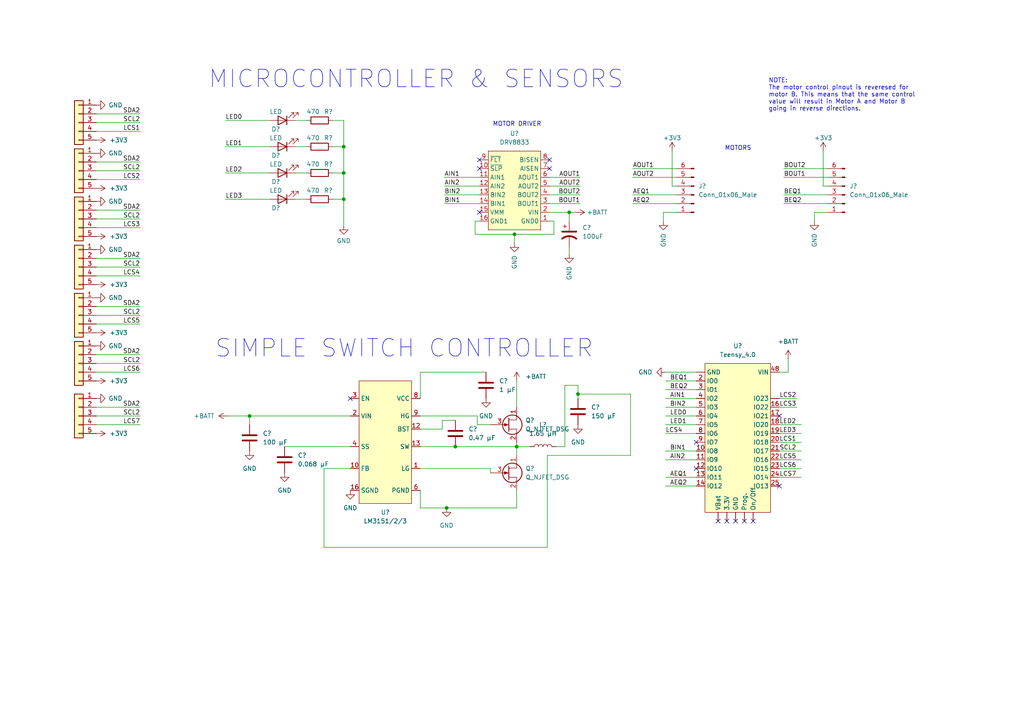
<source format=kicad_sch>
(kicad_sch (version 20211123) (generator eeschema)
  (paper "A4")
  (lib_symbols
    (symbol "+BATT_1" (power) (pin_names (offset 0))
      (property "Value" "+BATT_1" (at 0 3.556 0))
      (symbol "+BATT_1_0_1"
        (polyline (pts (xy -0.762 1.27) (xy 0 2.54)))
        (polyline (pts (xy 0 0) (xy 0 2.54)))
        (polyline (pts (xy 0 2.54) (xy 0.762 1.27)))
      )
      (symbol "+BATT_1_1_1"
        (pin power_in line (at 0 0 90) (length 0) hide (name "+BATT") (number "1"))
      )
    )
    (symbol "Connector:Conn_01x06_Male" (pin_names (offset 1.016) hide)
      (property "Reference" "J" (at 0 7.62 0))
      (property "Value" "Conn_01x06_Male" (at 0 -10.16 0))
      (symbol "Conn_01x06_Male_1_1"
        (polyline (pts (xy 1.27 -7.62) (xy 0.8636 -7.62)) (stroke (width 0.1524)))
        (polyline (pts (xy 1.27 -5.08) (xy 0.8636 -5.08)) (stroke (width 0.1524)))
        (polyline (pts (xy 1.27 -2.54) (xy 0.8636 -2.54)) (stroke (width 0.1524)))
        (polyline (pts (xy 1.27 0) (xy 0.8636 0)) (stroke (width 0.1524)))
        (polyline (pts (xy 1.27 2.54) (xy 0.8636 2.54)) (stroke (width 0.1524)))
        (polyline (pts (xy 1.27 5.08) (xy 0.8636 5.08)) (stroke (width 0.1524)))
        (rectangle (start 0.8636 -7.493) (end 0 -7.747) (stroke (width 0.1524)) (fill (type outline)))
        (rectangle (start 0.8636 -4.953) (end 0 -5.207) (stroke (width 0.1524)) (fill (type outline)))
        (rectangle (start 0.8636 -2.413) (end 0 -2.667) (stroke (width 0.1524)) (fill (type outline)))
        (rectangle (start 0.8636 0.127) (end 0 -0.127) (stroke (width 0.1524)) (fill (type outline)))
        (rectangle (start 0.8636 2.667) (end 0 2.413) (stroke (width 0.1524)) (fill (type outline)))
        (rectangle (start 0.8636 5.207) (end 0 4.953) (stroke (width 0.1524)) (fill (type outline)))
        (pin passive line (at 5.08 5.08 180) (length 3.81) (name "Pin_1") (number "1"))
        (pin passive line (at 5.08 2.54 180) (length 3.81) (name "Pin_2") (number "2"))
        (pin passive line (at 5.08 0 180) (length 3.81) (name "Pin_3") (number "3"))
        (pin passive line (at 5.08 -2.54 180) (length 3.81) (name "Pin_4") (number "4"))
        (pin passive line (at 5.08 -5.08 180) (length 3.81) (name "Pin_5") (number "5"))
        (pin passive line (at 5.08 -7.62 180) (length 3.81) (name "Pin_6") (number "6"))
      )
    )
    (symbol "Connector_Generic:Conn_01x05" (pin_names (offset 1.016) hide)
      (property "Reference" "J" (at 0 7.62 0))
      (property "Value" "Conn_01x05" (at 0 -7.62 0))
      (symbol "Conn_01x05_1_1"
        (rectangle (start -1.27 -4.953) (end 0 -5.207) (stroke (width 0.1524)))
        (rectangle (start -1.27 -2.413) (end 0 -2.667) (stroke (width 0.1524)))
        (rectangle (start -1.27 0.127) (end 0 -0.127) (stroke (width 0.1524)))
        (rectangle (start -1.27 2.667) (end 0 2.413) (stroke (width 0.1524)))
        (rectangle (start -1.27 5.207) (end 0 4.953) (stroke (width 0.1524)))
        (rectangle (start -1.27 6.35) (end 1.27 -6.35) (stroke (width 0.254)) (fill (type background)))
        (pin passive line (at -5.08 5.08 0) (length 3.81) (name "Pin_1") (number "1"))
        (pin passive line (at -5.08 2.54 0) (length 3.81) (name "Pin_2") (number "2"))
        (pin passive line (at -5.08 0 0) (length 3.81) (name "Pin_3") (number "3"))
        (pin passive line (at -5.08 -2.54 0) (length 3.81) (name "Pin_4") (number "4"))
        (pin passive line (at -5.08 -5.08 0) (length 3.81) (name "Pin_5") (number "5"))
      )
    )
    (symbol "Device:C" (pin_numbers hide) (pin_names (offset 0.254))
      (property "Reference" "C" (at 0.635 2.54 0))
      (property "Value" "C" (at 0.635 -2.54 0))
      (symbol "C_0_1"
        (polyline (pts (xy -2.032 -0.762) (xy 2.032 -0.762)) (stroke (width 0.508)))
        (polyline (pts (xy -2.032 0.762) (xy 2.032 0.762)) (stroke (width 0.508)))
      )
      (symbol "C_1_1"
        (pin passive line (at 0 3.81 270) (length 2.794) (name "~") (number "1"))
        (pin passive line (at 0 -3.81 90) (length 2.794) (name "~") (number "2"))
      )
    )
    (symbol "Device:C_Polarized_US" (pin_numbers hide) (pin_names (offset 0.254) hide)
      (property "Reference" "C" (at 0.635 2.54 0))
      (property "Value" "C_Polarized_US" (at 0.635 -2.54 0))
      (symbol "C_Polarized_US_0_1"
        (polyline (pts (xy -2.032 0.762) (xy 2.032 0.762)) (stroke (width 0.508)))
        (polyline (pts (xy -1.778 2.286) (xy -0.762 2.286)))
        (polyline (pts (xy -1.27 1.778) (xy -1.27 2.794)))
        (arc (start 2.032 -1.27) (mid 0 -0.5572) (end -2.032 -1.27) (stroke (width 0.508)))
      )
      (symbol "C_Polarized_US_1_1"
        (pin passive line (at 0 3.81 270) (length 2.794) (name "~") (number "1"))
        (pin passive line (at 0 -3.81 90) (length 3.302) (name "~") (number "2"))
      )
    )
    (symbol "Device:L" (pin_numbers hide) (pin_names (offset 1.016) hide)
      (property "Reference" "L" (at -1.27 0 90))
      (property "Value" "L" (at 1.905 0 90))
      (symbol "L_0_1"
        (arc (start 0 -2.54) (mid 0.635 -1.905) (end 0 -1.27))
        (arc (start 0 -1.27) (mid 0.635 -0.635) (end 0 0))
        (arc (start 0 0) (mid 0.635 0.635) (end 0 1.27))
        (arc (start 0 1.27) (mid 0.635 1.905) (end 0 2.54))
      )
      (symbol "L_1_1"
        (pin passive line (at 0 3.81 270) (length 1.27) (name "1") (number "1"))
        (pin passive line (at 0 -3.81 90) (length 1.27) (name "2") (number "2"))
      )
    )
    (symbol "Device:LED" (pin_numbers hide) (pin_names (offset 1.016) hide)
      (property "Reference" "D" (at 0 2.54 0))
      (property "Value" "LED" (at 0 -2.54 0))
      (symbol "LED_0_1"
        (polyline (pts (xy -1.27 -1.27) (xy -1.27 1.27)) (stroke (width 0.254)))
        (polyline (pts (xy -1.27 0) (xy 1.27 0)))
        (polyline (pts (xy 1.27 -1.27) (xy 1.27 1.27) (xy -1.27 0) (xy 1.27 -1.27)) (stroke (width 0.254)))
        (polyline (pts (xy -3.048 -0.762) (xy -4.572 -2.286) (xy -3.81 -2.286) (xy -4.572 -2.286) (xy -4.572 -1.524)))
        (polyline (pts (xy -1.778 -0.762) (xy -3.302 -2.286) (xy -2.54 -2.286) (xy -3.302 -2.286) (xy -3.302 -1.524)))
      )
      (symbol "LED_1_1"
        (pin passive line (at -3.81 0 0) (length 2.54) (name "K") (number "1"))
        (pin passive line (at 3.81 0 180) (length 2.54) (name "A") (number "2"))
      )
    )
    (symbol "Device:Q_NJFET_DSG" (pin_names (offset 0) hide)
      (property "Reference" "Q" (at 5.08 1.27 0))
      (property "Value" "Q_NJFET_DSG" (at 5.08 -1.27 0))
      (symbol "Q_NJFET_DSG_0_1"
        (polyline (pts (xy 0.254 1.905) (xy 0.254 -1.905) (xy 0.254 -1.905)) (stroke (width 0.254)))
        (polyline (pts (xy 2.54 -2.54) (xy 2.54 -1.27) (xy 0.254 -1.27)))
        (polyline (pts (xy 2.54 2.54) (xy 2.54 1.397) (xy 0.254 1.397)))
        (polyline (pts (xy 0 0) (xy -1.016 0.381) (xy -1.016 -0.381) (xy 0 0)) (fill (type outline)))
        (circle (center 1.27 0) (radius 2.8194) (stroke (width 0.254)))
      )
      (symbol "Q_NJFET_DSG_1_1"
        (pin passive line (at 2.54 5.08 270) (length 2.54) (name "D") (number "1"))
        (pin passive line (at 2.54 -5.08 90) (length 2.54) (name "S") (number "2"))
        (pin input line (at -5.08 0 0) (length 5.334) (name "G") (number "3"))
      )
    )
    (symbol "Device:R" (pin_numbers hide) (pin_names (offset 0))
      (property "Reference" "R" (at 2.032 0 90))
      (property "Value" "R" (at 0 0 90))
      (symbol "R_0_1"
        (rectangle (start -1.016 -2.54) (end 1.016 2.54) (stroke (width 0.254)))
      )
      (symbol "R_1_1"
        (pin passive line (at 0 3.81 270) (length 1.27) (name "~") (number "1"))
        (pin passive line (at 0 -3.81 90) (length 1.27) (name "~") (number "2"))
      )
    )
    (symbol "GND_1" (power) (pin_names (offset 0))
      (property "Value" "GND_1" (at 0 -3.81 0))
      (symbol "GND_1_0_1"
        (polyline (pts (xy 0 0) (xy 0 -1.27) (xy 1.27 -1.27) (xy 0 -2.54) (xy -1.27 -1.27) (xy 0 -1.27)))
      )
      (symbol "GND_1_1_1"
        (pin power_in line (at 0 0 270) (length 0) hide (name "GND") (number "1"))
      )
    )
    (symbol "GND_2" (power) (pin_names (offset 0))
      (property "Value" "GND_2" (at 0 -3.81 0))
      (symbol "GND_2_0_1"
        (polyline (pts (xy 0 0) (xy 0 -1.27) (xy 1.27 -1.27) (xy 0 -2.54) (xy -1.27 -1.27) (xy 0 -1.27)))
      )
      (symbol "GND_2_1_1"
        (pin power_in line (at 0 0 270) (length 0) hide (name "GND") (number "1"))
      )
    )
    (symbol "GND_3" (power) (pin_names (offset 0))
      (property "Value" "GND_3" (at 0 -3.81 0))
      (symbol "GND_3_0_1"
        (polyline (pts (xy 0 0) (xy 0 -1.27) (xy 1.27 -1.27) (xy 0 -2.54) (xy -1.27 -1.27) (xy 0 -1.27)))
      )
      (symbol "GND_3_1_1"
        (pin power_in line (at 0 0 270) (length 0) hide (name "GND") (number "1"))
      )
    )
    (symbol "GND_4" (power) (pin_names (offset 0))
      (property "Value" "GND_4" (at 0 -3.81 0))
      (symbol "GND_4_0_1"
        (polyline (pts (xy 0 0) (xy 0 -1.27) (xy 1.27 -1.27) (xy 0 -2.54) (xy -1.27 -1.27) (xy 0 -1.27)))
      )
      (symbol "GND_4_1_1"
        (pin power_in line (at 0 0 270) (length 0) hide (name "GND") (number "1"))
      )
    )
    (symbol "GND_5" (power) (pin_names (offset 0))
      (property "Value" "GND_5" (at 0 -3.81 0))
      (symbol "GND_5_0_1"
        (polyline (pts (xy 0 0) (xy 0 -1.27) (xy 1.27 -1.27) (xy 0 -2.54) (xy -1.27 -1.27) (xy 0 -1.27)))
      )
      (symbol "GND_5_1_1"
        (pin power_in line (at 0 0 270) (length 0) hide (name "GND") (number "1"))
      )
    )
    (symbol "GND_6" (power) (pin_names (offset 0))
      (property "Value" "GND_6" (at 0 -3.81 0))
      (symbol "GND_6_0_1"
        (polyline (pts (xy 0 0) (xy 0 -1.27) (xy 1.27 -1.27) (xy 0 -2.54) (xy -1.27 -1.27) (xy 0 -1.27)))
      )
      (symbol "GND_6_1_1"
        (pin power_in line (at 0 0 270) (length 0) hide (name "GND") (number "1"))
      )
    )
    (symbol "TPIC74101_1"
      (property "Reference" "U1" (at 0 -20.32 0))
      (property "Value" "LM3151/2/3" (at 0 -22.86 0))
      (symbol "TPIC74101_1_0_1"
        (rectangle (start -7.62 17.78) (end 7.62 -17.78) (fill (type background)))
      )
      (symbol "TPIC74101_1_1_1"
        (pin input line (at 10.16 -7.62 180) (length 2.54) (name "LG") (number "1"))
        (pin input line (at -10.16 -7.62 0) (length 2.54) (name "FB") (number "10"))
        (pin open_collector line (at 10.16 3.81 180) (length 2.54) (name "BST") (number "12"))
        (pin open_collector line (at 10.16 -1.27 180) (length 2.54) (name "SW") (number "13"))
        (pin power_in line (at -10.16 -13.97 0) (length 2.54) (name "SGND") (number "16"))
        (pin input line (at -10.16 7.62 0) (length 2.54) (name "VIN") (number "2"))
        (pin input line (at -10.16 12.7 0) (length 2.54) (name "EN") (number "3"))
        (pin input line (at -10.16 -1.27 0) (length 2.54) (name "SS") (number "4"))
        (pin power_out line (at 10.16 -13.97 180) (length 2.54) (name "PGND") (number "6"))
        (pin power_out line (at 10.16 12.7 180) (length 2.54) (name "VCC") (number "8"))
        (pin power_out line (at 10.16 7.62 180) (length 2.54) (name "HG") (number "9"))
      )
    )
    (symbol "Teensy_4.1_1"
      (property "Reference" "U2" (at 22.225 30.48 0))
      (property "Value" "Teensy_4.0" (at 22.225 27.94 0))
      (symbol "Teensy_4.1_1_0_1"
        (rectangle (start 12.7 25.4) (end 31.75 -17.78) (fill (type background)))
      )
      (symbol "Teensy_4.1_1_1_1"
        (pin bidirectional line (at 19.05 -20.32 90) (length 2.54) (name "3.3V") (number ""))
        (pin bidirectional line (at 10.16 22.86 0) (length 2.54) (name "GND") (number ""))
        (pin bidirectional line (at 21.59 -20.32 90) (length 2.54) (name "GND") (number ""))
        (pin bidirectional line (at 34.29 15.24 180) (length 2.54) (name "IO23") (number ""))
        (pin bidirectional line (at 26.67 -20.32 90) (length 2.54) (name "On/Off") (number ""))
        (pin bidirectional line (at 24.13 -20.32 90) (length 2.54) (name "Prog.") (number ""))
        (pin bidirectional line (at 16.51 -20.32 90) (length 2.54) (name "VBat") (number ""))
        (pin bidirectional line (at 10.16 0 0) (length 2.54) (name "IO8") (number "10"))
        (pin bidirectional line (at 10.16 -2.54 0) (length 2.54) (name "IO9") (number "11"))
        (pin bidirectional line (at 10.16 -5.08 0) (length 2.54) (name "IO10") (number "12"))
        (pin bidirectional line (at 10.16 -7.62 0) (length 2.54) (name "IO11") (number "13"))
        (pin bidirectional line (at 10.16 -10.16 0) (length 2.54) (name "IO12") (number "14"))
        (pin bidirectional line (at 34.29 12.7 180) (length 2.54) (name "IO22") (number "16"))
        (pin bidirectional line (at 34.29 10.16 180) (length 2.54) (name "IO21") (number "17"))
        (pin bidirectional line (at 34.29 7.62 180) (length 2.54) (name "IO20") (number "18"))
        (pin bidirectional line (at 34.29 5.08 180) (length 2.54) (name "IO19") (number "19"))
        (pin bidirectional line (at 10.16 20.32 0) (length 2.54) (name "IO0") (number "2"))
        (pin bidirectional line (at 34.29 2.54 180) (length 2.54) (name "IO18") (number "20"))
        (pin bidirectional line (at 34.29 0 180) (length 2.54) (name "IO17") (number "21"))
        (pin bidirectional line (at 34.29 -2.54 180) (length 2.54) (name "IO16") (number "22"))
        (pin bidirectional line (at 34.29 -5.08 180) (length 2.54) (name "IO15") (number "23"))
        (pin bidirectional line (at 34.29 -7.62 180) (length 2.54) (name "IO14") (number "24"))
        (pin bidirectional line (at 34.29 -10.16 180) (length 2.54) (name "IO13") (number "25"))
        (pin bidirectional line (at 10.16 17.78 0) (length 2.54) (name "IO1") (number "3"))
        (pin bidirectional line (at 10.16 15.24 0) (length 2.54) (name "IO2") (number "4"))
        (pin power_in line (at 34.29 22.86 180) (length 2.54) (name "VIN") (number "48"))
        (pin bidirectional line (at 10.16 12.7 0) (length 2.54) (name "IO3") (number "5"))
        (pin bidirectional line (at 10.16 10.16 0) (length 2.54) (name "IO4") (number "6"))
        (pin bidirectional line (at 10.16 7.62 0) (length 2.54) (name "IO5") (number "7"))
        (pin bidirectional line (at 10.16 5.08 0) (length 2.54) (name "IO6") (number "8"))
        (pin bidirectional line (at 10.16 2.54 0) (length 2.54) (name "IO7") (number "9"))
      )
    )
    (symbol "power:+3V3" (power) (pin_names (offset 0))
      (property "Value" "+3V3" (at 0 3.556 0))
      (symbol "+3V3_0_1"
        (polyline (pts (xy -0.762 1.27) (xy 0 2.54)))
        (polyline (pts (xy 0 0) (xy 0 2.54)))
        (polyline (pts (xy 0 2.54) (xy 0.762 1.27)))
      )
      (symbol "+3V3_1_1"
        (pin power_in line (at 0 0 90) (length 0) hide (name "+3V3") (number "1"))
      )
    )
    (symbol "power:+BATT" (power) (pin_names (offset 0))
      (property "Value" "+BATT" (at 0 3.556 0))
      (symbol "+BATT_0_1"
        (polyline (pts (xy -0.762 1.27) (xy 0 2.54)))
        (polyline (pts (xy 0 0) (xy 0 2.54)))
        (polyline (pts (xy 0 2.54) (xy 0.762 1.27)))
      )
      (symbol "+BATT_1_1"
        (pin power_in line (at 0 0 90) (length 0) hide (name "+BATT") (number "1"))
      )
    )
    (symbol "power:GND" (power) (pin_names (offset 0))
      (property "Value" "GND" (at 0 -3.81 0))
      (symbol "GND_0_1"
        (polyline (pts (xy 0 0) (xy 0 -1.27) (xy 1.27 -1.27) (xy 0 -2.54) (xy -1.27 -1.27) (xy 0 -1.27)))
      )
      (symbol "GND_1_1"
        (pin power_in line (at 0 0 270) (length 0) hide (name "GND") (number "1"))
      )
    )
    (symbol "sym_library:DRV8833"
      (property "Reference" "U?" (at 0 10.16 0))
      (property "Value" "DRV8833" (at 0 7.62 0))
      (symbol "DRV8833_0_1"
        (rectangle (start -7.62 6.35) (end 7.62 -16.51) (fill (type background)))
      )
      (symbol "DRV8833_1_1"
        (pin power_in line (at -10.16 3.81 0) (length 2.54) (name "GND0") (number "1"))
        (pin input line (at 10.16 -11.43 180) (length 2.54) (name "~{SLP}") (number "10"))
        (pin input line (at 10.16 -8.89 180) (length 2.54) (name "AIN1") (number "11"))
        (pin input line (at 10.16 -6.35 180) (length 2.54) (name "AIN2") (number "12"))
        (pin input line (at 10.16 -3.81 180) (length 2.54) (name "BIN2") (number "13"))
        (pin input line (at 10.16 -1.27 180) (length 2.54) (name "BIN1") (number "14"))
        (pin power_in line (at 10.16 1.27 180) (length 2.54) (name "VMM") (number "15"))
        (pin power_in line (at 10.16 3.81 180) (length 2.54) (name "GND1") (number "16"))
        (pin power_in line (at -10.16 1.27 0) (length 2.54) (name "VIN") (number "2"))
        (pin output line (at -10.16 -1.27 0) (length 2.54) (name "BOUT1") (number "3"))
        (pin output line (at -10.16 -3.81 0) (length 2.54) (name "BOUT2") (number "4"))
        (pin output line (at -10.16 -6.35 0) (length 2.54) (name "AOUT2") (number "5"))
        (pin output line (at -10.16 -8.89 0) (length 2.54) (name "AOUT1") (number "6"))
        (pin passive line (at -10.16 -11.43 0) (length 2.54) (name "AISEN") (number "7"))
        (pin passive line (at -10.16 -13.97 0) (length 2.54) (name "BISEN") (number "8"))
        (pin input line (at 10.16 -13.97 180) (length 2.54) (name "~{FLT}") (number "9"))
      )
    )
  )
  (junction (at 149.225 67.945))
  (junction (at 167.64 114.3))
  (junction (at 129.54 147.32))
  (junction (at 165.1 61.595))
  (junction (at 99.695 57.785))
  (junction (at 72.39 120.65))
  (junction (at 99.695 42.545))
  (junction (at 99.695 50.165))
  (junction (at 149.86 129.54))
  (junction (at 132.08 129.54))
  (no_connect (at 226.06 140.97))
  (no_connect (at 101.6 115.57))
  (no_connect (at 139.065 46.355))
  (no_connect (at 139.065 61.595))
  (no_connect (at 218.44 151.13))
  (no_connect (at 201.93 135.89))
  (no_connect (at 159.385 46.355))
  (no_connect (at 226.06 120.65))
  (no_connect (at 215.9 151.13))
  (no_connect (at 159.385 48.895))
  (no_connect (at 208.28 151.13))
  (no_connect (at 210.82 151.13))
  (no_connect (at 213.36 151.13))
  (no_connect (at 201.93 128.27))
  (no_connect (at 139.065 48.895))
  (wire (pts (xy 182.88 114.3) (xy 167.64 114.3)))
  (wire (pts (xy 27.94 93.98) (xy 40.64 93.98)))
  (wire (pts (xy 163.83 111.76) (xy 167.64 111.76)))
  (wire (pts (xy 183.515 48.895) (xy 196.215 48.895)))
  (wire (pts (xy 137.795 67.945) (xy 149.225 67.945)))
  (wire (pts (xy 165.1 71.755) (xy 165.1 73.66)))
  (wire (pts (xy 85.725 57.785) (xy 88.9 57.785)))
  (wire (pts (xy 161.29 129.54) (xy 163.83 129.54)))
  (wire (pts (xy 96.52 57.785) (xy 99.695 57.785)))
  (wire (pts (xy 227.33 48.895) (xy 240.03 48.895)))
  (wire (pts (xy 160.655 64.135) (xy 159.385 64.135)))
  (wire (pts (xy 226.06 135.89) (xy 232.41 135.89)))
  (wire (pts (xy 27.94 77.47) (xy 40.64 77.47)))
  (wire (pts (xy 27.94 46.99) (xy 40.64 46.99)))
  (wire (pts (xy 27.94 38.1) (xy 40.64 38.1)))
  (wire (pts (xy 99.695 50.165) (xy 99.695 57.785)))
  (wire (pts (xy 159.385 59.055) (xy 168.275 59.055)))
  (wire (pts (xy 85.725 50.165) (xy 88.9 50.165)))
  (wire (pts (xy 27.94 66.04) (xy 40.64 66.04)))
  (wire (pts (xy 132.08 129.54) (xy 149.86 129.54)))
  (wire (pts (xy 226.06 128.27) (xy 232.41 128.27)))
  (wire (pts (xy 121.92 120.65) (xy 138.43 120.65)))
  (wire (pts (xy 159.385 53.975) (xy 168.275 53.975)))
  (wire (pts (xy 193.04 107.95) (xy 201.93 107.95)))
  (wire (pts (xy 99.695 57.785) (xy 99.695 65.405)))
  (wire (pts (xy 226.06 115.57) (xy 231.14 115.57)))
  (wire (pts (xy 27.94 60.96) (xy 40.64 60.96)))
  (wire (pts (xy 139.065 56.515) (xy 128.905 56.515)))
  (wire (pts (xy 238.76 53.975) (xy 240.03 53.975)))
  (wire (pts (xy 182.88 132.08) (xy 182.88 114.3)))
  (wire (pts (xy 137.795 64.135) (xy 137.795 67.945)))
  (wire (pts (xy 158.75 132.08) (xy 182.88 132.08)))
  (wire (pts (xy 149.225 67.945) (xy 149.225 70.485)))
  (wire (pts (xy 121.92 124.46) (xy 128.27 124.46)))
  (wire (pts (xy 165.1 61.595) (xy 167.005 61.595)))
  (wire (pts (xy 27.94 80.01) (xy 40.64 80.01)))
  (wire (pts (xy 167.64 111.76) (xy 167.64 114.3)))
  (wire (pts (xy 78.105 57.785) (xy 65.405 57.785)))
  (wire (pts (xy 27.94 123.19) (xy 40.64 123.19)))
  (wire (pts (xy 149.86 129.54) (xy 153.67 129.54)))
  (wire (pts (xy 236.22 61.595) (xy 236.22 64.135)))
  (wire (pts (xy 27.94 63.5) (xy 40.64 63.5)))
  (wire (pts (xy 82.55 129.54) (xy 101.6 129.54)))
  (wire (pts (xy 139.065 51.435) (xy 128.905 51.435)))
  (wire (pts (xy 27.94 33.02) (xy 40.64 33.02)))
  (wire (pts (xy 193.04 113.03) (xy 201.93 113.03)))
  (wire (pts (xy 228.6 107.95) (xy 228.6 104.14)))
  (wire (pts (xy 227.33 59.055) (xy 240.03 59.055)))
  (wire (pts (xy 27.94 35.56) (xy 40.64 35.56)))
  (wire (pts (xy 93.98 158.75) (xy 158.75 158.75)))
  (wire (pts (xy 27.94 102.87) (xy 40.64 102.87)))
  (wire (pts (xy 99.695 34.925) (xy 99.695 42.545)))
  (wire (pts (xy 226.06 133.35) (xy 232.41 133.35)))
  (wire (pts (xy 192.405 61.595) (xy 192.405 64.135)))
  (wire (pts (xy 121.92 142.24) (xy 121.92 147.32)))
  (wire (pts (xy 158.75 158.75) (xy 158.75 132.08)))
  (wire (pts (xy 193.04 130.81) (xy 201.93 130.81)))
  (wire (pts (xy 226.06 123.19) (xy 232.41 123.19)))
  (wire (pts (xy 149.86 128.27) (xy 149.86 129.54)))
  (wire (pts (xy 27.94 52.07) (xy 40.64 52.07)))
  (wire (pts (xy 193.04 133.35) (xy 201.93 133.35)))
  (wire (pts (xy 149.86 142.24) (xy 149.86 147.32)))
  (wire (pts (xy 99.695 42.545) (xy 99.695 50.165)))
  (wire (pts (xy 27.94 49.53) (xy 40.64 49.53)))
  (wire (pts (xy 167.64 114.3) (xy 167.64 115.57)))
  (wire (pts (xy 159.385 51.435) (xy 168.275 51.435)))
  (wire (pts (xy 159.385 61.595) (xy 165.1 61.595)))
  (wire (pts (xy 129.54 147.32) (xy 149.86 147.32)))
  (wire (pts (xy 165.1 61.595) (xy 165.1 64.135)))
  (wire (pts (xy 139.065 59.055) (xy 128.905 59.055)))
  (wire (pts (xy 139.065 53.975) (xy 128.905 53.975)))
  (wire (pts (xy 121.92 107.95) (xy 140.97 107.95)))
  (wire (pts (xy 85.725 42.545) (xy 88.9 42.545)))
  (wire (pts (xy 160.655 64.135) (xy 160.655 67.945)))
  (wire (pts (xy 27.94 120.65) (xy 40.64 120.65)))
  (wire (pts (xy 193.04 115.57) (xy 201.93 115.57)))
  (wire (pts (xy 27.94 107.95) (xy 40.64 107.95)))
  (wire (pts (xy 193.04 110.49) (xy 201.93 110.49)))
  (wire (pts (xy 193.04 120.65) (xy 201.93 120.65)))
  (wire (pts (xy 128.27 124.46) (xy 128.27 121.92)))
  (wire (pts (xy 27.94 88.9) (xy 40.64 88.9)))
  (wire (pts (xy 138.43 123.19) (xy 142.24 123.19)))
  (wire (pts (xy 227.33 51.435) (xy 240.03 51.435)))
  (wire (pts (xy 78.105 50.165) (xy 65.405 50.165)))
  (wire (pts (xy 142.24 135.89) (xy 142.24 137.16)))
  (wire (pts (xy 137.795 64.135) (xy 139.065 64.135)))
  (wire (pts (xy 193.04 118.11) (xy 201.93 118.11)))
  (wire (pts (xy 27.94 74.93) (xy 40.64 74.93)))
  (wire (pts (xy 72.39 120.65) (xy 72.39 123.19)))
  (wire (pts (xy 193.04 140.97) (xy 201.93 140.97)))
  (wire (pts (xy 194.945 43.815) (xy 194.945 53.975)))
  (wire (pts (xy 121.92 129.54) (xy 132.08 129.54)))
  (wire (pts (xy 238.76 43.815) (xy 238.76 53.975)))
  (wire (pts (xy 193.04 138.43) (xy 201.93 138.43)))
  (wire (pts (xy 183.515 56.515) (xy 196.215 56.515)))
  (wire (pts (xy 196.215 61.595) (xy 192.405 61.595)))
  (wire (pts (xy 226.06 130.81) (xy 232.41 130.81)))
  (wire (pts (xy 194.945 53.975) (xy 196.215 53.975)))
  (wire (pts (xy 193.04 125.73) (xy 201.93 125.73)))
  (wire (pts (xy 101.6 135.89) (xy 93.98 135.89)))
  (wire (pts (xy 240.03 61.595) (xy 236.22 61.595)))
  (wire (pts (xy 121.92 135.89) (xy 142.24 135.89)))
  (wire (pts (xy 227.33 56.515) (xy 240.03 56.515)))
  (wire (pts (xy 163.83 129.54) (xy 163.83 111.76)))
  (wire (pts (xy 121.92 147.32) (xy 129.54 147.32)))
  (wire (pts (xy 226.06 125.73) (xy 232.41 125.73)))
  (wire (pts (xy 78.105 42.545) (xy 65.405 42.545)))
  (wire (pts (xy 96.52 50.165) (xy 99.695 50.165)))
  (wire (pts (xy 128.27 121.92) (xy 132.08 121.92)))
  (wire (pts (xy 138.43 120.65) (xy 138.43 123.19)))
  (wire (pts (xy 66.04 120.65) (xy 72.39 120.65)))
  (wire (pts (xy 27.94 105.41) (xy 40.64 105.41)))
  (wire (pts (xy 85.725 34.925) (xy 88.9 34.925)))
  (wire (pts (xy 183.515 59.055) (xy 196.215 59.055)))
  (wire (pts (xy 149.86 129.54) (xy 149.86 132.08)))
  (wire (pts (xy 183.515 51.435) (xy 196.215 51.435)))
  (wire (pts (xy 226.06 118.11) (xy 231.14 118.11)))
  (wire (pts (xy 93.98 135.89) (xy 93.98 158.75)))
  (wire (pts (xy 193.04 123.19) (xy 201.93 123.19)))
  (wire (pts (xy 226.06 107.95) (xy 228.6 107.95)))
  (wire (pts (xy 78.105 34.925) (xy 65.405 34.925)))
  (wire (pts (xy 101.6 120.65) (xy 72.39 120.65)))
  (wire (pts (xy 226.06 138.43) (xy 232.41 138.43)))
  (wire (pts (xy 121.92 115.57) (xy 121.92 107.95)))
  (wire (pts (xy 96.52 42.545) (xy 99.695 42.545)))
  (wire (pts (xy 149.86 110.49) (xy 149.86 118.11)))
  (wire (pts (xy 149.225 67.945) (xy 160.655 67.945)))
  (wire (pts (xy 159.385 56.515) (xy 168.275 56.515)))
  (wire (pts (xy 96.52 34.925) (xy 99.695 34.925)))
  (wire (pts (xy 27.94 91.44) (xy 40.64 91.44)))
  (wire (pts (xy 27.94 118.11) (xy 40.64 118.11)))
  (text "MOTORS" (at 210.185 43.815 0) (effects (font (size 1.27 1.27)) (justify left bottom)))
  (text "MOTOR DRIVER" (at 142.875 36.83 0) (effects (font (size 1.27 1.27)) (justify left bottom)))
  (text "MICROCONTROLLER & SENSORS" (at 60.325 26.035 0) (effects (font (size 5.08 5.08)) (justify left bottom)))
  (text "SIMPLE SWITCH CONTROLLER" (at 62.23 104.14 0) (effects (font (size 5.08 5.08)) (justify left bottom)))
  (text "NOTE:\nThe motor control pinout is reveresed for\nmotor B. This means that the same control\nvalue will result in Motor A and Motor B\ngoing in reverse directions. " (at 222.885 32.385 0) (effects (font (size 1.27 1.27)) (justify left bottom)))
  (label "LED3" (at 65.405 57.785 0))
  (label "LCS5" (at 226.06 133.35 0))
  (label "BEQ1" (at 227.33 56.515 0))
  (label "LCS3" (at 226.06 118.11 0))
  (label "BEQ2" (at 227.33 59.055 0))
  (label "AIN1" (at 128.905 51.435 0))
  (label "AOUT1" (at 168.275 51.435 180))
  (label "BIN2" (at 194.31 118.11 0))
  (label "AEQ1" (at 194.31 138.43 0))
  (label "LCS6" (at 40.64 107.95 180))
  (label "SDA2" (at 40.64 74.93 180))
  (label "BOUT1" (at 168.275 59.055 180))
  (label "SDA2" (at 40.64 118.11 180))
  (label "SDA2" (at 40.64 102.87 180))
  (label "BIN1" (at 194.31 130.81 0))
  (label "LCS5" (at 40.64 93.98 180))
  (label "AOUT1" (at 183.515 48.895 0))
  (label "LED2" (at 226.06 123.19 0))
  (label "AOUT2" (at 183.515 51.435 0))
  (label "AOUT2" (at 168.275 53.975 180))
  (label "SDA2" (at 40.64 88.9 180))
  (label "BIN2" (at 128.905 56.515 0))
  (label "SCL2" (at 226.06 130.81 0))
  (label "SCL2" (at 40.64 63.5 180))
  (label "BIN1" (at 128.905 59.055 0))
  (label "LCS7" (at 40.64 123.19 180))
  (label "LCS2" (at 40.64 52.07 180))
  (label "AIN2" (at 194.31 133.35 0))
  (label "LED3" (at 226.06 125.73 0))
  (label "BEQ1" (at 194.31 110.49 0))
  (label "LCS1" (at 226.06 128.27 0))
  (label "AEQ2" (at 183.515 59.055 0))
  (label "AIN2" (at 128.905 53.975 0))
  (label "SDA2" (at 40.64 46.99 180))
  (label "AIN1" (at 194.31 115.57 0))
  (label "LCS2" (at 226.06 115.57 0))
  (label "LCS4" (at 193.04 125.73 0))
  (label "SCL2" (at 40.64 49.53 180))
  (label "BOUT2" (at 168.275 56.515 180))
  (label "BOUT2" (at 227.33 48.895 0))
  (label "SDA2" (at 40.64 60.96 180))
  (label "AEQ1" (at 183.515 56.515 0))
  (label "LED1" (at 65.405 42.545 0))
  (label "SCL2" (at 40.64 35.56 180))
  (label "AEQ2" (at 194.31 140.97 0))
  (label "LCS3" (at 40.64 66.04 180))
  (label "LCS4" (at 40.64 80.01 180))
  (label "SCL2" (at 40.64 120.65 180))
  (label "BEQ2" (at 194.31 113.03 0))
  (label "LED2" (at 65.405 50.165 0))
  (label "LCS1" (at 40.64 38.1 180))
  (label "LCS6" (at 226.06 135.89 0))
  (label "SCL2" (at 40.64 77.47 180))
  (label "LED1" (at 194.31 123.19 0))
  (label "LCS7" (at 226.06 138.43 0))
  (label "SCL2" (at 40.64 105.41 180))
  (label "SDA2" (at 40.64 33.02 180))
  (label "BOUT1" (at 227.33 51.435 0))
  (label "LED0" (at 65.405 34.925 0))
  (label "SCL2" (at 40.64 91.44 180))
  (label "LED0" (at 194.31 120.65 0))
  (symbol (lib_id "power:+3V3") (at 27.94 96.52 270) (unit 1)
    (property "Reference" "#PWR?" (effects hide))
    (property "Value" "+3V3" (at 31.75 96.5199 90) (effects (justify left)))
  )
  (symbol (lib_id "power:GND") (at 165.1 73.66 0) (unit 1)
    (property "Reference" "#PWR?" (effects hide))
    (property "Value" "GND" (at 165.1 81.28 90) (effects (justify left)))
  )
  (symbol (lib_id "power:GND") (at 99.695 65.405 0) (unit 1)
    (property "Reference" "#PWR?" (effects hide))
    (property "Value" "GND" (at 99.695 69.85 0))
  )
  (symbol (lib_id "Connector_Generic:Conn_01x05") (at 22.86 120.65 0) (mirror y) (unit 1)
    (property "Reference" "J?" (effects hide))
    (property "Value" "Conn_01x05" (effects hide))
    (property "Footprint" "Connector_JST:JST_XH_B5B-XH-A_1x05_P2.50mm_Vertical" (effects hide))
  )
  (symbol (lib_id "Device:C") (at 140.97 111.76 0) (unit 1)
    (property "Reference" "C?" (at 144.78 110.4899 0) (effects (justify left)))
    (property "Value" "1 µF" (at 144.78 113.0299 0) (effects (justify left)))
  )
  (symbol (lib_id "Connector:Conn_01x06_Male") (at 245.11 56.515 180) (unit 1)
    (property "Reference" "J?" (at 246.38 53.9749 0) (effects (justify right)))
    (property "Value" "Conn_01x06_Male" (at 246.38 56.5149 0) (effects (justify right)))
    (property "Footprint" "Connector_JST:JST_XH_B6B-XH-A_1x06_P2.50mm_Vertical" (effects hide))
  )
  (symbol (lib_id "Device:LED") (at 81.915 57.785 180) (unit 1)
    (property "Reference" "D?" (at 80.01 60.325 0))
    (property "Value" "LED" (at 80.01 55.245 0))
    (property "Footprint" "LED_THT:LED_D5.0mm" (effects hide))
  )
  (symbol (lib_id "Device:LED") (at 81.915 50.165 180) (unit 1)
    (property "Reference" "D?" (at 80.01 52.705 0))
    (property "Value" "LED" (at 80.01 47.625 0))
    (property "Footprint" "LED_THT:LED_D5.0mm" (effects hide))
  )
  (symbol (lib_id "Connector_Generic:Conn_01x05") (at 22.86 63.5 0) (mirror y) (unit 1)
    (property "Reference" "J?" (effects hide))
    (property "Value" "Conn_01x05" (effects hide))
    (property "Footprint" "Connector_JST:JST_XH_B5B-XH-A_1x05_P2.50mm_Vertical" (effects hide))
  )
  (symbol (lib_name "TPIC74101_1") (lib_id "sym_library:TPIC74101") (at 111.76 128.27 0) (unit 1)
    (property "Reference" "U?" (at 111.76 148.59 0))
    (property "Value" "LM3151/2/3" (at 111.76 151.13 0))
  )
  (symbol (lib_id "power:+3V3") (at 238.76 43.815 0) (unit 1)
    (property "Reference" "#PWR?" (effects hide))
    (property "Value" "+3V3" (at 238.76 40.005 0))
  )
  (symbol (lib_id "power:+3V3") (at 27.94 68.58 270) (unit 1)
    (property "Reference" "#PWR?" (effects hide))
    (property "Value" "+3V3" (at 31.75 68.5799 90) (effects (justify left)))
  )
  (symbol (lib_name "GND_3") (lib_id "power:GND") (at 140.97 115.57 0) (unit 1)
    (property "Reference" "#PWR?" (effects hide))
    (property "Value" "GND" (at 140.97 120.65 0))
  )
  (symbol (lib_id "power:+3V3") (at 27.94 125.73 270) (unit 1)
    (property "Reference" "#PWR?" (effects hide))
    (property "Value" "+3V3" (at 31.75 125.7299 90) (effects (justify left)))
  )
  (symbol (lib_id "power:GND") (at 27.94 72.39 90) (unit 1)
    (property "Reference" "#PWR?" (effects hide))
    (property "Value" "GND" (at 35.56 72.39 90) (effects (justify left)))
  )
  (symbol (lib_id "Device:C") (at 167.64 119.38 0) (unit 1)
    (property "Reference" "C?" (at 171.45 118.1099 0) (effects (justify left)))
    (property "Value" "150 µF" (at 171.45 120.6499 0) (effects (justify left)))
  )
  (symbol (lib_name "GND_5") (lib_id "power:GND") (at 82.55 137.16 0) (unit 1)
    (property "Reference" "#PWR?" (effects hide))
    (property "Value" "GND" (at 82.55 142.24 0))
  )
  (symbol (lib_id "Connector_Generic:Conn_01x05") (at 22.86 35.56 0) (mirror y) (unit 1)
    (property "Reference" "J?" (effects hide))
    (property "Value" "Conn_01x05" (effects hide))
    (property "Footprint" "Connector_JST:JST_XH_B5B-XH-A_1x05_P2.50mm_Vertical" (effects hide))
  )
  (symbol (lib_id "Connector:Conn_01x06_Male") (at 201.295 56.515 180) (unit 1)
    (property "Reference" "J?" (at 202.565 53.9749 0) (effects (justify right)))
    (property "Value" "Conn_01x06_Male" (at 202.565 56.5149 0) (effects (justify right)))
    (property "Footprint" "Connector_JST:JST_XH_B6B-XH-A_1x06_P2.50mm_Vertical" (effects hide))
  )
  (symbol (lib_id "Device:L") (at 157.48 129.54 270) (mirror x) (unit 1)
    (property "Reference" "L?" (at 157.48 123.19 90))
    (property "Value" "1.65 µH" (at 157.48 125.73 90))
  )
  (symbol (lib_name "GND_1") (lib_id "power:GND") (at 129.54 147.32 0) (unit 1)
    (property "Reference" "#PWR?" (effects hide))
    (property "Value" "GND" (at 129.54 152.4 0))
  )
  (symbol (lib_id "Device:Q_NJFET_DSG") (at 147.32 137.16 0) (unit 1)
    (property "Reference" "Q?" (at 152.4 135.8899 0) (effects (justify left)))
    (property "Value" "Q_NJFET_DSG" (at 152.4 138.4299 0) (effects (justify left)))
  )
  (symbol (lib_id "Connector_Generic:Conn_01x05") (at 22.86 105.41 0) (mirror y) (unit 1)
    (property "Reference" "J?" (effects hide))
    (property "Value" "Conn_01x05" (effects hide))
    (property "Footprint" "Connector_JST:JST_XH_B5B-XH-A_1x05_P2.50mm_Vertical" (effects hide))
  )
  (symbol (lib_id "power:+3V3") (at 194.945 43.815 0) (unit 1)
    (property "Reference" "#PWR?" (effects hide))
    (property "Value" "+3V3" (at 194.945 40.005 0))
  )
  (symbol (lib_id "Device:C_Polarized_US") (at 165.1 67.945 0) (unit 1)
    (property "Reference" "C?" (at 168.91 66.0399 0) (effects (justify left)))
    (property "Value" "100uF" (at 168.91 68.5799 0) (effects (justify left)))
    (property "Footprint" "Capacitor_SMD:CP_Elec_8x10.5" (effects hide))
  )
  (symbol (lib_id "power:GND") (at 27.94 30.48 90) (unit 1)
    (property "Reference" "#PWR?" (effects hide))
    (property "Value" "GND" (at 35.56 30.48 90) (effects (justify left)))
  )
  (symbol (lib_id "power:+BATT") (at 66.04 120.65 90) (unit 1)
    (property "Reference" "#PWR?" (effects hide))
    (property "Value" "+BATT" (at 62.23 120.6499 90) (effects (justify left)))
  )
  (symbol (lib_id "Device:LED") (at 81.915 42.545 180) (unit 1)
    (property "Reference" "D?" (at 80.01 45.085 0))
    (property "Value" "LED" (at 80.01 40.005 0))
    (property "Footprint" "LED_THT:LED_D5.0mm" (effects hide))
  )
  (symbol (lib_id "power:GND") (at 27.94 100.33 90) (unit 1)
    (property "Reference" "#PWR?" (effects hide))
    (property "Value" "GND" (at 35.56 100.33 90) (effects (justify left)))
  )
  (symbol (lib_id "Device:Q_NJFET_DSG") (at 147.32 123.19 0) (unit 1)
    (property "Reference" "Q?" (at 152.4 121.9199 0) (effects (justify left)))
    (property "Value" "Q_NJFET_DSG" (at 152.4 124.4599 0) (effects (justify left)))
  )
  (symbol (lib_id "Device:C") (at 82.55 133.35 0) (unit 1)
    (property "Reference" "C?" (at 86.36 132.0799 0) (effects (justify left)))
    (property "Value" "0.068 µF" (at 86.36 134.6199 0) (effects (justify left)))
  )
  (symbol (lib_id "power:+BATT") (at 149.86 110.49 0) (unit 1)
    (property "Reference" "#PWR?" (effects hide))
    (property "Value" "+BATT" (at 152.4 109.2199 0) (effects (justify left)))
  )
  (symbol (lib_name "GND_1") (lib_id "power:GND") (at 193.04 107.95 270) (unit 1)
    (property "Reference" "#PWR?" (effects hide))
    (property "Value" "GND" (at 189.23 107.9499 90) (effects (justify right)))
  )
  (symbol (lib_id "power:GND") (at 149.225 70.485 0) (unit 1)
    (property "Reference" "#PWR?" (effects hide))
    (property "Value" "GND" (at 149.225 78.105 90) (effects (justify left)))
  )
  (symbol (lib_id "power:+3V3") (at 27.94 54.61 270) (unit 1)
    (property "Reference" "#PWR?" (effects hide))
    (property "Value" "+3V3" (at 31.75 54.6099 90) (effects (justify left)))
  )
  (symbol (lib_id "Connector_Generic:Conn_01x05") (at 22.86 49.53 0) (mirror y) (unit 1)
    (property "Reference" "J?" (effects hide))
    (property "Value" "Conn_01x05" (effects hide))
    (property "Footprint" "Connector_JST:JST_XH_B5B-XH-A_1x05_P2.50mm_Vertical" (effects hide))
  )
  (symbol (lib_id "power:GND") (at 27.94 58.42 90) (unit 1)
    (property "Reference" "#PWR?" (effects hide))
    (property "Value" "GND" (at 35.56 58.42 90) (effects (justify left)))
  )
  (symbol (lib_name "GND_2") (lib_id "power:GND") (at 167.64 123.19 0) (unit 1)
    (property "Reference" "#PWR?" (effects hide))
    (property "Value" "GND" (at 167.64 128.27 0))
  )
  (symbol (lib_id "Device:LED") (at 81.915 34.925 180) (unit 1)
    (property "Reference" "D?" (at 80.01 37.465 0))
    (property "Value" "LED" (at 80.01 32.385 0))
    (property "Footprint" "LED_THT:LED_D5.0mm" (effects hide))
  )
  (symbol (lib_id "Device:R") (at 92.71 34.925 270) (unit 1)
    (property "Reference" "R?" (at 95.25 32.385 90))
    (property "Value" "470" (at 90.805 32.385 90))
    (property "Footprint" "Resistor_SMD:R_0603_1608Metric_Pad0.98x0.95mm_HandSolder" (effects hide))
  )
  (symbol (lib_id "power:GND") (at 192.405 64.135 0) (unit 1)
    (property "Reference" "#PWR?" (effects hide))
    (property "Value" "GND" (at 192.405 71.755 90) (effects (justify left)))
  )
  (symbol (lib_id "Device:R") (at 92.71 57.785 270) (unit 1)
    (property "Reference" "R?" (at 95.25 55.245 90))
    (property "Value" "470" (at 90.805 55.245 90))
    (property "Footprint" "Resistor_SMD:R_0603_1608Metric_Pad0.98x0.95mm_HandSolder" (effects hide))
  )
  (symbol (lib_id "Device:C") (at 72.39 127 0) (unit 1)
    (property "Reference" "C?" (at 76.2 125.7299 0) (effects (justify left)))
    (property "Value" "100 µF" (at 76.2 128.2699 0) (effects (justify left)))
  )
  (symbol (lib_name "+BATT_1") (lib_id "power:+BATT") (at 228.6 104.14 0) (unit 1)
    (property "Reference" "#PWR?" (effects hide))
    (property "Value" "+BATT" (at 228.6 99.06 0))
  )
  (symbol (lib_id "Device:R") (at 92.71 50.165 270) (unit 1)
    (property "Reference" "R?" (at 95.25 47.625 90))
    (property "Value" "470" (at 90.805 47.625 90))
    (property "Footprint" "Resistor_SMD:R_0603_1608Metric_Pad0.98x0.95mm_HandSolder" (effects hide))
  )
  (symbol (lib_id "power:+3V3") (at 27.94 82.55 270) (unit 1)
    (property "Reference" "#PWR?" (effects hide))
    (property "Value" "+3V3" (at 31.75 82.5499 90) (effects (justify left)))
  )
  (symbol (lib_name "Teensy_4.1_1") (lib_id "sym_library:Teensy_4.1") (at 191.77 130.81 0) (unit 1)
    (property "Reference" "U?" (at 213.995 100.33 0))
    (property "Value" "Teensy_4.0" (at 213.995 102.87 0))
  )
  (symbol (lib_id "power:GND") (at 236.22 64.135 0) (unit 1)
    (property "Reference" "#PWR?" (effects hide))
    (property "Value" "GND" (at 236.22 71.755 90) (effects (justify left)))
  )
  (symbol (lib_id "power:+3V3") (at 27.94 40.64 270) (unit 1)
    (property "Reference" "#PWR?" (effects hide))
    (property "Value" "+3V3" (at 31.75 40.6399 90) (effects (justify left)))
  )
  (symbol (lib_id "Connector_Generic:Conn_01x05") (at 22.86 91.44 0) (mirror y) (unit 1)
    (property "Reference" "J?" (effects hide))
    (property "Value" "Conn_01x05" (effects hide))
    (property "Footprint" "Connector_JST:JST_XH_B5B-XH-A_1x05_P2.50mm_Vertical" (effects hide))
  )
  (symbol (lib_id "power:+BATT") (at 167.005 61.595 270) (unit 1)
    (property "Reference" "#PWR?" (effects hide))
    (property "Value" "+BATT" (at 170.18 61.5949 90) (effects (justify left)))
  )
  (symbol (lib_id "Connector_Generic:Conn_01x05") (at 22.86 77.47 0) (mirror y) (unit 1)
    (property "Reference" "J?" (effects hide))
    (property "Value" "Conn_01x05" (effects hide))
    (property "Footprint" "Connector_JST:JST_XH_B5B-XH-A_1x05_P2.50mm_Vertical" (effects hide))
  )
  (symbol (lib_name "GND_6") (lib_id "power:GND") (at 72.39 130.81 0) (unit 1)
    (property "Reference" "#PWR?" (effects hide))
    (property "Value" "GND" (at 72.39 135.89 0))
  )
  (symbol (lib_id "power:GND") (at 27.94 44.45 90) (unit 1)
    (property "Reference" "#PWR?" (effects hide))
    (property "Value" "GND" (at 35.56 44.45 90) (effects (justify left)))
  )
  (symbol (lib_id "sym_library:DRV8833") (at 149.225 60.325 180) (unit 1)
    (property "Reference" "U?" (at 149.225 38.735 0))
    (property "Value" "DRV8833" (at 149.225 41.275 0))
    (property "Footprint" "custom_footprints:DRV_DRV8833_Pololu_2130" (effects hide))
  )
  (symbol (lib_id "power:+3V3") (at 27.94 110.49 270) (unit 1)
    (property "Reference" "#PWR?" (effects hide))
    (property "Value" "+3V3" (at 31.75 110.4899 90) (effects (justify left)))
  )
  (symbol (lib_id "power:GND") (at 27.94 115.57 90) (unit 1)
    (property "Reference" "#PWR?" (effects hide))
    (property "Value" "GND" (at 35.56 115.57 90) (effects (justify left)))
  )
  (symbol (lib_id "power:GND") (at 27.94 86.36 90) (unit 1)
    (property "Reference" "#PWR?" (effects hide))
    (property "Value" "GND" (at 35.56 86.36 90) (effects (justify left)))
  )
  (symbol (lib_id "Device:C") (at 132.08 125.73 0) (unit 1)
    (property "Reference" "C?" (at 135.89 124.4599 0) (effects (justify left)))
    (property "Value" "0.47 µF" (at 135.89 126.9999 0) (effects (justify left)))
  )
  (symbol (lib_id "Device:R") (at 92.71 42.545 270) (unit 1)
    (property "Reference" "R?" (at 95.25 40.005 90))
    (property "Value" "470" (at 90.805 40.005 90))
    (property "Footprint" "Resistor_SMD:R_0603_1608Metric_Pad0.98x0.95mm_HandSolder" (effects hide))
  )
  (symbol (lib_name "GND_4") (lib_id "power:GND") (at 101.6 142.24 0) (unit 1)
    (property "Reference" "#PWR?" (effects hide))
    (property "Value" "GND" (at 101.6 147.32 0))
  )
)
</source>
